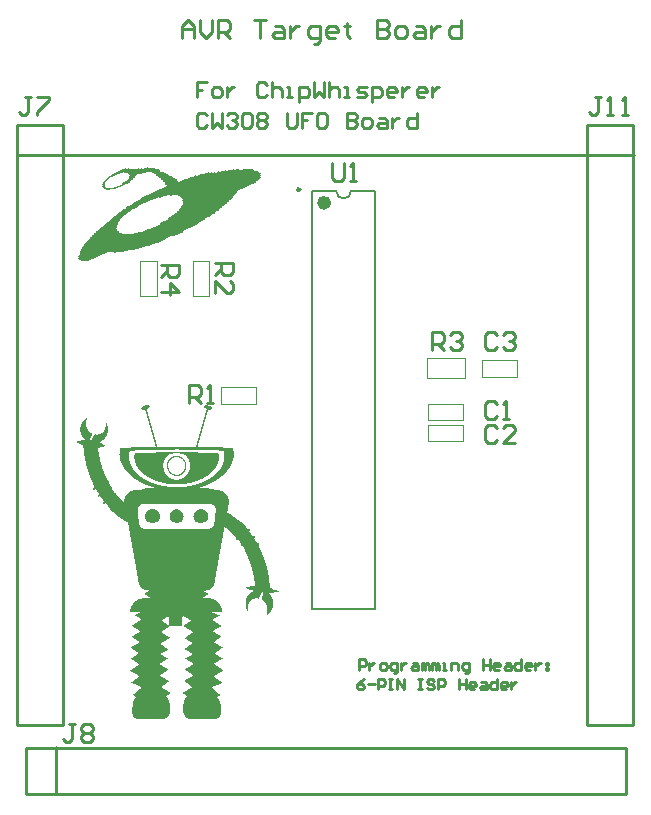
<source format=gto>
G04 Layer_Color=65535*
%FSLAX25Y25*%
%MOIN*%
G70*
G01*
G75*
%ADD17C,0.01000*%
%ADD29C,0.02362*%
%ADD30C,0.00984*%
%ADD31C,0.00787*%
%ADD32C,0.00394*%
G36*
X349809Y319917D02*
X350794D01*
Y319588D01*
X351123D01*
Y319260D01*
Y318931D01*
X350794D01*
Y318603D01*
X349809D01*
Y318274D01*
Y317946D01*
X349480D01*
Y317617D01*
Y317289D01*
Y316960D01*
X349152D01*
Y316632D01*
Y316303D01*
Y315975D01*
Y315646D01*
X348823D01*
Y315318D01*
Y314989D01*
Y314661D01*
X348495D01*
Y314332D01*
Y314004D01*
Y313675D01*
Y313347D01*
X348166D01*
Y313018D01*
Y312690D01*
Y312361D01*
X347838D01*
Y312033D01*
Y311704D01*
Y311376D01*
Y311047D01*
X347509D01*
Y310719D01*
Y310390D01*
Y310062D01*
X347181D01*
Y309733D01*
Y309405D01*
Y309076D01*
Y308748D01*
X346852D01*
Y308419D01*
Y308091D01*
Y307762D01*
X346524D01*
Y307434D01*
Y307105D01*
Y306777D01*
Y306448D01*
X354736D01*
Y306120D01*
X358021D01*
Y305791D01*
Y305463D01*
Y305134D01*
X358349D01*
Y304806D01*
Y304477D01*
Y304149D01*
Y303820D01*
Y303492D01*
Y303164D01*
Y302835D01*
Y302506D01*
X358021D01*
Y302178D01*
Y301850D01*
Y301521D01*
X357693D01*
Y301192D01*
Y300864D01*
Y300535D01*
X357364D01*
Y300207D01*
Y299879D01*
X357035D01*
Y299550D01*
Y299221D01*
X356707D01*
Y298893D01*
X356379D01*
Y298565D01*
X356050D01*
Y298236D01*
Y297907D01*
X355721D01*
Y297579D01*
X355393D01*
Y297251D01*
X355065D01*
Y296922D01*
X354736D01*
Y296594D01*
X354079D01*
Y296265D01*
X353751D01*
Y295937D01*
X353422D01*
Y295608D01*
X352765D01*
Y295280D01*
X352437D01*
Y294951D01*
X351780D01*
Y294623D01*
X351123D01*
Y294294D01*
X350466D01*
Y293966D01*
X349809D01*
Y293637D01*
X349152D01*
Y293309D01*
X348166D01*
Y292980D01*
X347181D01*
Y292652D01*
X350137D01*
Y292323D01*
X351780D01*
Y291995D01*
X353751D01*
Y291666D01*
X354736D01*
Y291338D01*
X355065D01*
Y291009D01*
X355393D01*
Y290681D01*
X355721D01*
Y290352D01*
X356050D01*
Y290024D01*
X356379D01*
Y289695D01*
Y289367D01*
Y289038D01*
X356707D01*
Y288710D01*
Y288381D01*
Y288053D01*
Y287724D01*
Y287396D01*
Y287067D01*
X356379D01*
Y286739D01*
Y286410D01*
Y286082D01*
Y285753D01*
Y285425D01*
Y285096D01*
X356050D01*
Y284768D01*
Y284439D01*
X356707D01*
Y284111D01*
X357364D01*
Y283782D01*
X357693D01*
Y283454D01*
X358021D01*
Y283125D01*
X358678D01*
Y282797D01*
X359007D01*
Y282468D01*
X359335D01*
Y282140D01*
X359992D01*
Y281811D01*
X360320D01*
Y281483D01*
X360649D01*
Y281154D01*
X360977D01*
Y280826D01*
X361306D01*
Y280497D01*
X361634D01*
Y280169D01*
X361963D01*
Y279840D01*
X362291D01*
Y279512D01*
X362620D01*
Y279183D01*
X362948D01*
Y278855D01*
X363934D01*
Y278526D01*
Y278198D01*
X363605D01*
Y277869D01*
X363934D01*
Y277541D01*
X364262D01*
Y277212D01*
Y276884D01*
X364591D01*
Y276555D01*
X365576D01*
Y276227D01*
Y275898D01*
X365248D01*
Y275570D01*
X365576D01*
Y275241D01*
Y274913D01*
X365905D01*
Y274584D01*
X366233D01*
Y274256D01*
X366890D01*
Y273927D01*
Y273599D01*
Y273270D01*
Y272942D01*
Y272613D01*
X367219D01*
Y272285D01*
Y271956D01*
X367547D01*
Y271628D01*
Y271300D01*
X367876D01*
Y270971D01*
Y270642D01*
Y270314D01*
X368204D01*
Y269986D01*
Y269657D01*
X368533D01*
Y269328D01*
Y269000D01*
Y268671D01*
X368861D01*
Y268343D01*
Y268015D01*
Y267686D01*
X369190D01*
Y267357D01*
Y267029D01*
Y266701D01*
X369518D01*
Y266372D01*
Y266043D01*
Y265715D01*
Y265387D01*
X369847D01*
Y265058D01*
Y264730D01*
Y264401D01*
Y264073D01*
Y263744D01*
X370175D01*
Y263416D01*
Y263087D01*
Y262759D01*
Y262430D01*
Y262102D01*
Y261773D01*
Y261445D01*
Y261116D01*
X370504D01*
Y260788D01*
Y260459D01*
Y260131D01*
Y259802D01*
Y259474D01*
X371161D01*
Y259145D01*
X371489D01*
Y258817D01*
X372146D01*
Y258488D01*
X372803D01*
Y258160D01*
X373460D01*
Y257831D01*
X371818D01*
Y257503D01*
X370175D01*
Y257174D01*
X370504D01*
Y256846D01*
X370832D01*
Y256517D01*
Y256189D01*
X371161D01*
Y255860D01*
Y255532D01*
X371489D01*
Y255203D01*
Y254875D01*
Y254546D01*
Y254218D01*
Y253889D01*
Y253561D01*
Y253232D01*
Y252904D01*
Y252575D01*
X371161D01*
Y252247D01*
Y251918D01*
X370832D01*
Y251590D01*
Y251261D01*
X370504D01*
Y250933D01*
X370175D01*
Y250604D01*
X369847D01*
Y250276D01*
X369518D01*
Y250604D01*
Y250933D01*
Y251261D01*
Y251590D01*
Y251918D01*
Y252247D01*
Y252575D01*
Y252904D01*
Y253232D01*
Y253561D01*
X369190D01*
Y253889D01*
Y254218D01*
X368861D01*
Y254546D01*
X368533D01*
Y254875D01*
X368204D01*
Y255203D01*
X367876D01*
Y255532D01*
Y255860D01*
Y256189D01*
Y256517D01*
X368204D01*
Y256846D01*
Y257174D01*
Y257503D01*
Y257831D01*
X367876D01*
Y257503D01*
X367547D01*
Y257174D01*
Y256846D01*
X367219D01*
Y256517D01*
Y256189D01*
X366890D01*
Y255860D01*
Y255532D01*
X366562D01*
Y255860D01*
X365576D01*
Y255532D01*
X364591D01*
Y255203D01*
X364262D01*
Y254875D01*
X363934D01*
Y254546D01*
X363605D01*
Y254218D01*
Y253889D01*
X363277D01*
Y253561D01*
Y253232D01*
Y252904D01*
Y252575D01*
Y252247D01*
Y251918D01*
Y251590D01*
X362948D01*
Y251918D01*
Y252247D01*
X362620D01*
Y252575D01*
Y252904D01*
Y253232D01*
Y253561D01*
X362291D01*
Y253889D01*
Y254218D01*
Y254546D01*
X362620D01*
Y254875D01*
Y255203D01*
Y255532D01*
Y255860D01*
X362948D01*
Y256189D01*
Y256517D01*
X363277D01*
Y256846D01*
X363605D01*
Y257174D01*
X363934D01*
Y257503D01*
X364262D01*
Y257831D01*
X364919D01*
Y258160D01*
Y258488D01*
X364262D01*
Y258817D01*
X363605D01*
Y259145D01*
X362948D01*
Y259474D01*
X362620D01*
Y259802D01*
X363934D01*
Y260131D01*
X365576D01*
Y260459D01*
Y260788D01*
Y261116D01*
Y261445D01*
Y261773D01*
X365248D01*
Y262102D01*
Y262430D01*
Y262759D01*
Y263087D01*
Y263416D01*
Y263744D01*
X364919D01*
Y264073D01*
Y264401D01*
Y264730D01*
Y265058D01*
X364591D01*
Y265387D01*
Y265715D01*
Y266043D01*
Y266372D01*
X364262D01*
Y266701D01*
Y267029D01*
Y267357D01*
X363934D01*
Y267686D01*
Y268015D01*
Y268343D01*
X363605D01*
Y268671D01*
Y269000D01*
X363277D01*
Y269328D01*
Y269657D01*
Y269986D01*
X362948D01*
Y270314D01*
Y270642D01*
X362620D01*
Y270971D01*
X362291D01*
Y271300D01*
X361963D01*
Y271628D01*
Y271956D01*
Y272285D01*
X361634D01*
Y272613D01*
Y272942D01*
X361306D01*
Y273270D01*
X360649D01*
Y273599D01*
Y273927D01*
Y274256D01*
X360320D01*
Y274584D01*
Y274913D01*
X359992D01*
Y275241D01*
X359007D01*
Y275570D01*
Y275898D01*
Y276227D01*
X358678D01*
Y276555D01*
X358349D01*
Y276884D01*
X358021D01*
Y277212D01*
X357693D01*
Y277541D01*
X357364D01*
Y277869D01*
X357035D01*
Y278198D01*
X356707D01*
Y278526D01*
X356379D01*
Y278855D01*
X356050D01*
Y279183D01*
X355393D01*
Y279512D01*
X355065D01*
Y279183D01*
Y278855D01*
Y278526D01*
Y278198D01*
Y277869D01*
X354736D01*
Y277541D01*
Y277212D01*
Y276884D01*
Y276555D01*
Y276227D01*
Y275898D01*
X354408D01*
Y275570D01*
Y275241D01*
Y274913D01*
Y274584D01*
Y274256D01*
X354079D01*
Y273927D01*
Y273599D01*
Y273270D01*
Y272942D01*
Y272613D01*
Y272285D01*
X353751D01*
Y271956D01*
Y271628D01*
Y271300D01*
Y270971D01*
Y270642D01*
X353422D01*
Y270314D01*
Y269986D01*
Y269657D01*
Y269328D01*
Y269000D01*
Y268671D01*
X353094D01*
Y268343D01*
Y268015D01*
Y267686D01*
Y267357D01*
Y267029D01*
Y266701D01*
X352765D01*
Y266372D01*
Y266043D01*
Y265715D01*
Y265387D01*
Y265058D01*
X352437D01*
Y264730D01*
Y264401D01*
Y264073D01*
Y263744D01*
Y263416D01*
Y263087D01*
X352108D01*
Y262759D01*
Y262430D01*
Y262102D01*
Y261773D01*
Y261445D01*
Y261116D01*
X351780D01*
Y260788D01*
Y260459D01*
Y260131D01*
X351451D01*
Y259802D01*
X351123D01*
Y259474D01*
X350794D01*
Y259145D01*
X350466D01*
Y258817D01*
X350137D01*
Y258488D01*
X349152D01*
Y258160D01*
X348495D01*
Y257831D01*
X349152D01*
Y257503D01*
X349809D01*
Y257174D01*
Y256846D01*
X349152D01*
Y256517D01*
X348823D01*
Y256189D01*
X348166D01*
Y255860D01*
X350794D01*
Y255532D01*
X351780D01*
Y255203D01*
X352437D01*
Y254875D01*
X352765D01*
Y254546D01*
X353094D01*
Y254218D01*
X353422D01*
Y253889D01*
X353751D01*
Y253561D01*
Y253232D01*
X354079D01*
Y252904D01*
Y252575D01*
X354408D01*
Y252247D01*
Y251918D01*
Y251590D01*
Y251261D01*
X351123D01*
Y250933D01*
X352108D01*
Y250604D01*
X352765D01*
Y250276D01*
X353751D01*
Y249947D01*
X353094D01*
Y249619D01*
X352437D01*
Y249290D01*
X351780D01*
Y248962D01*
X351451D01*
Y248633D01*
Y248305D01*
X352108D01*
Y247976D01*
X352437D01*
Y247648D01*
X353094D01*
Y247319D01*
X353422D01*
Y246991D01*
X354079D01*
Y246662D01*
Y246334D01*
X353422D01*
Y246005D01*
X352765D01*
Y245677D01*
X352108D01*
Y245348D01*
X351780D01*
Y245020D01*
X351451D01*
Y244691D01*
X352108D01*
Y244363D01*
X352437D01*
Y244034D01*
X353094D01*
Y243706D01*
X353751D01*
Y243377D01*
X354079D01*
Y243049D01*
X353751D01*
Y242720D01*
X353422D01*
Y242392D01*
X352765D01*
Y242063D01*
X352437D01*
Y241735D01*
X352108D01*
Y241406D01*
X351780D01*
Y241078D01*
X352437D01*
Y240749D01*
X353094D01*
Y240421D01*
X353422D01*
Y240092D01*
X354079D01*
Y239764D01*
X354736D01*
Y239436D01*
X354079D01*
Y239107D01*
X353751D01*
Y238778D01*
X353422D01*
Y238450D01*
X352765D01*
Y238122D01*
X352437D01*
Y237793D01*
X352108D01*
Y237464D01*
X352437D01*
Y237136D01*
X353094D01*
Y236807D01*
X353422D01*
Y236479D01*
X354079D01*
Y236151D01*
X354408D01*
Y235822D01*
X354736D01*
Y235493D01*
X354079D01*
Y235165D01*
X353422D01*
Y234837D01*
X353094D01*
Y234508D01*
X352437D01*
Y234180D01*
X351780D01*
Y233851D01*
X352108D01*
Y233523D01*
X352437D01*
Y233194D01*
X353094D01*
Y232866D01*
X353422D01*
Y232537D01*
X354079D01*
Y232209D01*
X354408D01*
Y231880D01*
X354736D01*
Y231552D01*
X354408D01*
Y231223D01*
X353751D01*
Y230895D01*
X353094D01*
Y230566D01*
X352765D01*
Y230238D01*
X352108D01*
Y229909D01*
X351780D01*
Y229581D01*
X352108D01*
Y229252D01*
X352437D01*
Y228924D01*
X353094D01*
Y228595D01*
X353422D01*
Y228267D01*
X354079D01*
Y227938D01*
X354408D01*
Y227610D01*
X354079D01*
Y227281D01*
X353422D01*
Y226953D01*
X352437D01*
Y226624D01*
X351451D01*
Y226296D01*
X351123D01*
Y225967D01*
X351451D01*
Y225639D01*
X351780D01*
Y225310D01*
X352108D01*
Y224982D01*
X352437D01*
Y224653D01*
X352765D01*
Y224325D01*
X353094D01*
Y223996D01*
X353751D01*
Y223668D01*
Y223339D01*
X353094D01*
Y223011D01*
X352765D01*
Y222682D01*
X353094D01*
Y222354D01*
X353422D01*
Y222025D01*
Y221697D01*
X353751D01*
Y221368D01*
Y221040D01*
Y220711D01*
X354079D01*
Y220383D01*
Y220054D01*
Y219726D01*
Y219397D01*
Y219069D01*
Y218740D01*
Y218412D01*
Y218083D01*
Y217755D01*
Y217426D01*
Y217098D01*
X353751D01*
Y216769D01*
Y216441D01*
X353422D01*
Y216112D01*
X352765D01*
Y215784D01*
X343239D01*
Y216112D01*
X342582D01*
Y216441D01*
X342253D01*
Y216769D01*
Y217098D01*
X341925D01*
Y217426D01*
Y217755D01*
X341596D01*
Y218083D01*
Y218412D01*
Y218740D01*
Y219069D01*
Y219397D01*
Y219726D01*
Y220054D01*
Y220383D01*
Y220711D01*
X341925D01*
Y221040D01*
Y221368D01*
Y221697D01*
Y222025D01*
X342253D01*
Y222354D01*
Y222682D01*
X342582D01*
Y223011D01*
X342910D01*
Y223339D01*
X342582D01*
Y223668D01*
X342253D01*
Y223996D01*
X341596D01*
Y224325D01*
Y224653D01*
X342253D01*
Y224982D01*
X342910D01*
Y225310D01*
X343239D01*
Y225639D01*
X343896D01*
Y225967D01*
X344553D01*
Y226296D01*
X344224D01*
Y226624D01*
X343896D01*
Y226953D01*
X343567D01*
Y227281D01*
X343239D01*
Y227610D01*
X342582D01*
Y227938D01*
X342253D01*
Y228267D01*
Y228595D01*
X342582D01*
Y228924D01*
X343239D01*
Y229252D01*
X343896D01*
Y229581D01*
X344553D01*
Y229909D01*
X344881D01*
Y230238D01*
X344553D01*
Y230566D01*
X344224D01*
Y230895D01*
X343567D01*
Y231223D01*
X343239D01*
Y231552D01*
X342582D01*
Y231880D01*
X342253D01*
Y232209D01*
X342582D01*
Y232537D01*
X343239D01*
Y232866D01*
X343896D01*
Y233194D01*
X344224D01*
Y233523D01*
X344881D01*
Y233851D01*
Y234180D01*
X344553D01*
Y234508D01*
X343896D01*
Y234837D01*
X343239D01*
Y235165D01*
X342910D01*
Y235493D01*
X342253D01*
Y235822D01*
X342582D01*
Y236151D01*
X342910D01*
Y236479D01*
X343567D01*
Y236807D01*
X344224D01*
Y237136D01*
X344553D01*
Y237464D01*
Y237793D01*
X343896D01*
Y238122D01*
X343567D01*
Y238450D01*
X342910D01*
Y238778D01*
X342253D01*
Y239107D01*
Y239436D01*
X342910D01*
Y239764D01*
X343239D01*
Y240092D01*
X343567D01*
Y240421D01*
X344224D01*
Y240749D01*
X344553D01*
Y241078D01*
Y241406D01*
X343896D01*
Y241735D01*
X343239D01*
Y242063D01*
X342910D01*
Y242392D01*
X342253D01*
Y242720D01*
X342582D01*
Y243049D01*
X342910D01*
Y243377D01*
X343239D01*
Y243706D01*
X343896D01*
Y244034D01*
X344224D01*
Y244363D01*
X344881D01*
Y244691D01*
X344553D01*
Y245020D01*
X344224D01*
Y245348D01*
X343567D01*
Y245677D01*
X342910D01*
Y246005D01*
X342582D01*
Y246334D01*
X341925D01*
Y246662D01*
Y246991D01*
X342253D01*
Y247319D01*
X342910D01*
Y247648D01*
X343239D01*
Y247976D01*
X343896D01*
Y248305D01*
X344224D01*
Y248633D01*
X343567D01*
Y248962D01*
X343239D01*
Y249290D01*
X342582D01*
Y249619D01*
X341925D01*
Y249947D01*
X341596D01*
Y249619D01*
X341268D01*
Y249290D01*
Y248962D01*
Y248633D01*
Y248305D01*
Y247976D01*
Y247648D01*
Y247319D01*
Y246991D01*
Y246662D01*
X336669D01*
Y246334D01*
X336340D01*
Y246005D01*
X335683D01*
Y245677D01*
X335355D01*
Y245348D01*
X334698D01*
Y245020D01*
X334369D01*
Y244691D01*
Y244363D01*
X334698D01*
Y244034D01*
X335355D01*
Y243706D01*
X335683D01*
Y243377D01*
X336340D01*
Y243049D01*
X336997D01*
Y242720D01*
X336669D01*
Y242392D01*
X336012D01*
Y242063D01*
X335683D01*
Y241735D01*
X335026D01*
Y241406D01*
X334369D01*
Y241078D01*
X334041D01*
Y240749D01*
Y240421D01*
X334698D01*
Y240092D01*
X335026D01*
Y239764D01*
X335355D01*
Y239436D01*
X336012D01*
Y239107D01*
X336340D01*
Y238778D01*
X336012D01*
Y238450D01*
X335355D01*
Y238122D01*
X334698D01*
Y237793D01*
X334041D01*
Y237464D01*
Y237136D01*
X334698D01*
Y236807D01*
X335026D01*
Y236479D01*
X335683D01*
Y236151D01*
X336012D01*
Y235822D01*
X336340D01*
Y235493D01*
X335683D01*
Y235165D01*
X335355D01*
Y234837D01*
X334698D01*
Y234508D01*
X334369D01*
Y234180D01*
X333712D01*
Y233851D01*
Y233523D01*
X334369D01*
Y233194D01*
X334698D01*
Y232866D01*
X335355D01*
Y232537D01*
X336012D01*
Y232209D01*
X336340D01*
Y231880D01*
X336012D01*
Y231552D01*
X335683D01*
Y231223D01*
X335026D01*
Y230895D01*
X334698D01*
Y230566D01*
X334041D01*
Y230238D01*
X333712D01*
Y229909D01*
X334041D01*
Y229581D01*
X334698D01*
Y229252D01*
X335355D01*
Y228924D01*
X335683D01*
Y228595D01*
X336340D01*
Y228267D01*
X336669D01*
Y227938D01*
X336012D01*
Y227610D01*
X335683D01*
Y227281D01*
X335355D01*
Y226953D01*
X334698D01*
Y226624D01*
X334369D01*
Y226296D01*
Y225967D01*
X334698D01*
Y225639D01*
X335355D01*
Y225310D01*
X336012D01*
Y224982D01*
X336340D01*
Y224653D01*
X336997D01*
Y224325D01*
Y223996D01*
X336669D01*
Y223668D01*
X336012D01*
Y223339D01*
X335683D01*
Y223011D01*
X336012D01*
Y222682D01*
X336340D01*
Y222354D01*
Y222025D01*
X336669D01*
Y221697D01*
Y221368D01*
Y221040D01*
X336997D01*
Y220711D01*
Y220383D01*
Y220054D01*
Y219726D01*
Y219397D01*
Y219069D01*
Y218740D01*
Y218412D01*
Y218083D01*
Y217755D01*
Y217426D01*
X336669D01*
Y217098D01*
Y216769D01*
X336340D01*
Y216441D01*
X336012D01*
Y216112D01*
X335355D01*
Y215784D01*
X325829D01*
Y216112D01*
X325171D01*
Y216441D01*
X324843D01*
Y216769D01*
Y217098D01*
Y217426D01*
X324515D01*
Y217755D01*
Y218083D01*
Y218412D01*
Y218740D01*
Y219069D01*
Y219397D01*
Y219726D01*
X324843D01*
Y220054D01*
Y220383D01*
Y220711D01*
Y221040D01*
Y221368D01*
Y221697D01*
X325171D01*
Y222025D01*
Y222354D01*
X325500D01*
Y222682D01*
X325829D01*
Y223011D01*
X325500D01*
Y223339D01*
X325171D01*
Y223668D01*
X324843D01*
Y223996D01*
X325500D01*
Y224325D01*
X325829D01*
Y224653D01*
X326157D01*
Y224982D01*
X326485D01*
Y225310D01*
X326814D01*
Y225639D01*
X327471D01*
Y225967D01*
Y226296D01*
X327143D01*
Y226624D01*
X326485D01*
Y226953D01*
X325829D01*
Y227281D01*
X324843D01*
Y227610D01*
X324186D01*
Y227938D01*
X324843D01*
Y228267D01*
X325171D01*
Y228595D01*
X325500D01*
Y228924D01*
X326157D01*
Y229252D01*
X326485D01*
Y229581D01*
X326814D01*
Y229909D01*
X326485D01*
Y230238D01*
X326157D01*
Y230566D01*
X325500D01*
Y230895D01*
X324843D01*
Y231223D01*
X324186D01*
Y231552D01*
X323857D01*
Y231880D01*
X324515D01*
Y232209D01*
X324843D01*
Y232537D01*
X325500D01*
Y232866D01*
X325829D01*
Y233194D01*
X326485D01*
Y233523D01*
X326814D01*
Y233851D01*
X326485D01*
Y234180D01*
X326157D01*
Y234508D01*
X325500D01*
Y234837D01*
X325171D01*
Y235165D01*
X324515D01*
Y235493D01*
X324186D01*
Y235822D01*
Y236151D01*
X324843D01*
Y236479D01*
X325171D01*
Y236807D01*
X325829D01*
Y237136D01*
X326157D01*
Y237464D01*
X326485D01*
Y237793D01*
Y238122D01*
X325829D01*
Y238450D01*
X325500D01*
Y238778D01*
X324843D01*
Y239107D01*
X324515D01*
Y239436D01*
X324186D01*
Y239764D01*
X324515D01*
Y240092D01*
X325171D01*
Y240421D01*
X325829D01*
Y240749D01*
X326485D01*
Y241078D01*
X326814D01*
Y241406D01*
Y241735D01*
X326157D01*
Y242063D01*
X325829D01*
Y242392D01*
X325171D01*
Y242720D01*
X324843D01*
Y243049D01*
X324515D01*
Y243377D01*
X325171D01*
Y243706D01*
X325500D01*
Y244034D01*
X326157D01*
Y244363D01*
X326814D01*
Y244691D01*
X327143D01*
Y245020D01*
X326814D01*
Y245348D01*
X326485D01*
Y245677D01*
X325829D01*
Y246005D01*
X325171D01*
Y246334D01*
X324843D01*
Y246662D01*
X324515D01*
Y246991D01*
X325171D01*
Y247319D01*
X325500D01*
Y247648D01*
X326157D01*
Y247976D01*
X326485D01*
Y248305D01*
X327143D01*
Y248633D01*
X327471D01*
Y248962D01*
X327143D01*
Y249290D01*
X326814D01*
Y249619D01*
X326157D01*
Y249947D01*
X325500D01*
Y250276D01*
X325829D01*
Y250604D01*
X326485D01*
Y250933D01*
X327143D01*
Y251261D01*
X323857D01*
Y251590D01*
Y251918D01*
Y252247D01*
X324186D01*
Y252575D01*
Y252904D01*
Y253232D01*
X324515D01*
Y253561D01*
X324843D01*
Y253889D01*
Y254218D01*
X325171D01*
Y254546D01*
X325500D01*
Y254875D01*
X326157D01*
Y255203D01*
X326485D01*
Y255532D01*
X327800D01*
Y255860D01*
X330427D01*
Y256189D01*
X329770D01*
Y256517D01*
X329442D01*
Y256846D01*
X328785D01*
Y257174D01*
Y257503D01*
X329113D01*
Y257831D01*
X329770D01*
Y258160D01*
X330099D01*
Y258488D01*
X329113D01*
Y258817D01*
X328456D01*
Y259145D01*
X327800D01*
Y259474D01*
X327471D01*
Y259802D01*
X327143D01*
Y260131D01*
Y260459D01*
X326814D01*
Y260788D01*
Y261116D01*
Y261445D01*
X326485D01*
Y261773D01*
Y262102D01*
Y262430D01*
Y262759D01*
Y263087D01*
Y263416D01*
X326157D01*
Y263744D01*
Y264073D01*
Y264401D01*
Y264730D01*
Y265058D01*
Y265387D01*
X325829D01*
Y265715D01*
Y266043D01*
Y266372D01*
Y266701D01*
Y267029D01*
Y267357D01*
X325500D01*
Y267686D01*
Y268015D01*
Y268343D01*
Y268671D01*
Y269000D01*
X325171D01*
Y269328D01*
Y269657D01*
Y269986D01*
Y270314D01*
Y270642D01*
Y270971D01*
X324843D01*
Y271300D01*
Y271628D01*
Y271956D01*
Y272285D01*
Y272613D01*
X324515D01*
Y272942D01*
Y273270D01*
Y273599D01*
Y273927D01*
Y274256D01*
Y274584D01*
X324186D01*
Y274913D01*
Y275241D01*
Y275570D01*
Y275898D01*
Y276227D01*
X323857D01*
Y276555D01*
Y276884D01*
Y277212D01*
Y277541D01*
Y277869D01*
Y278198D01*
X323529D01*
Y278526D01*
Y278855D01*
Y279183D01*
Y279512D01*
Y279840D01*
Y280169D01*
X323200D01*
Y280497D01*
Y280826D01*
Y281154D01*
Y281483D01*
X322544D01*
Y281811D01*
X321887D01*
Y282140D01*
X321558D01*
Y282468D01*
X320901D01*
Y282797D01*
X320573D01*
Y283125D01*
X319916D01*
Y283454D01*
X319587D01*
Y283782D01*
X319259D01*
Y284111D01*
X318930D01*
Y284439D01*
X318602D01*
Y284768D01*
X317945D01*
Y285096D01*
X317616D01*
Y285425D01*
X317288D01*
Y285753D01*
X316959D01*
Y286082D01*
X316631D01*
Y286410D01*
X316302D01*
Y286739D01*
Y287067D01*
X315974D01*
Y287396D01*
X315645D01*
Y287724D01*
X315317D01*
Y287396D01*
X314660D01*
Y287724D01*
Y288053D01*
X314988D01*
Y288381D01*
X314660D01*
Y288710D01*
Y289038D01*
X314331D01*
Y289367D01*
X314003D01*
Y289695D01*
X313674D01*
Y290024D01*
X313346D01*
Y289695D01*
X313017D01*
Y290024D01*
Y290352D01*
X313346D01*
Y290681D01*
Y291009D01*
X313017D01*
Y291338D01*
X312689D01*
Y291666D01*
Y291995D01*
X312360D01*
Y292323D01*
X312032D01*
Y291995D01*
X311375D01*
Y292323D01*
Y292652D01*
X311703D01*
Y292980D01*
Y293309D01*
Y293637D01*
X311375D01*
Y293966D01*
Y294294D01*
Y294623D01*
X311046D01*
Y294951D01*
Y295280D01*
X310718D01*
Y295608D01*
Y295937D01*
X310389D01*
Y296265D01*
Y296594D01*
Y296922D01*
X310061D01*
Y297251D01*
Y297579D01*
Y297907D01*
X309732D01*
Y298236D01*
Y298565D01*
Y298893D01*
X309404D01*
Y299221D01*
Y299550D01*
Y299879D01*
X309075D01*
Y300207D01*
Y300535D01*
Y300864D01*
Y301192D01*
Y301521D01*
X308747D01*
Y301850D01*
Y302178D01*
Y302506D01*
Y302835D01*
Y303164D01*
X308418D01*
Y303492D01*
Y303820D01*
Y304149D01*
Y304477D01*
Y304806D01*
Y305134D01*
Y305463D01*
Y305791D01*
Y306120D01*
X308090D01*
Y306448D01*
Y306777D01*
Y307105D01*
X307433D01*
Y307434D01*
X306776D01*
Y307762D01*
X306119D01*
Y308091D01*
Y308419D01*
X307433D01*
Y308748D01*
X308747D01*
Y309076D01*
X308418D01*
Y309405D01*
X308090D01*
Y309733D01*
X307761D01*
Y310062D01*
Y310390D01*
X307433D01*
Y310719D01*
Y311047D01*
Y311376D01*
X307104D01*
Y311704D01*
Y312033D01*
Y312361D01*
Y312690D01*
Y313018D01*
X307433D01*
Y313347D01*
Y313675D01*
Y314004D01*
X307761D01*
Y314332D01*
Y314661D01*
X308090D01*
Y314989D01*
X308418D01*
Y315318D01*
X308747D01*
Y315646D01*
X309075D01*
Y315975D01*
X309404D01*
Y315646D01*
Y315318D01*
X309075D01*
Y314989D01*
Y314661D01*
Y314332D01*
Y314004D01*
Y313675D01*
Y313347D01*
Y313018D01*
X309404D01*
Y312690D01*
Y312361D01*
X309732D01*
Y312033D01*
Y311704D01*
X310061D01*
Y311376D01*
X310389D01*
Y311047D01*
X311046D01*
Y310719D01*
Y310390D01*
Y310062D01*
X310718D01*
Y309733D01*
Y309405D01*
X310389D01*
Y309076D01*
Y308748D01*
X311046D01*
Y309076D01*
Y309405D01*
X311375D01*
Y309733D01*
Y310062D01*
X311703D01*
Y310390D01*
X312032D01*
Y310719D01*
X312360D01*
Y310390D01*
X313017D01*
Y310719D01*
X314003D01*
Y311047D01*
X314660D01*
Y311376D01*
X314988D01*
Y311704D01*
Y312033D01*
X315317D01*
Y312361D01*
Y312690D01*
Y313018D01*
X315645D01*
Y313347D01*
Y313675D01*
Y314004D01*
Y314332D01*
X315974D01*
Y314004D01*
Y313675D01*
Y313347D01*
X316302D01*
Y313018D01*
Y312690D01*
Y312361D01*
Y312033D01*
Y311704D01*
Y311376D01*
Y311047D01*
X315974D01*
Y310719D01*
Y310390D01*
Y310062D01*
X315645D01*
Y309733D01*
X315317D01*
Y309405D01*
Y309076D01*
X314988D01*
Y308748D01*
X314331D01*
Y308419D01*
X314003D01*
Y308091D01*
X313674D01*
Y307762D01*
X314331D01*
Y307434D01*
X314660D01*
Y307105D01*
X315317D01*
Y306777D01*
X314988D01*
Y306448D01*
X313674D01*
Y306120D01*
X313017D01*
Y305791D01*
Y305463D01*
Y305134D01*
Y304806D01*
X313346D01*
Y304477D01*
Y304149D01*
Y303820D01*
Y303492D01*
Y303164D01*
Y302835D01*
X313674D01*
Y302506D01*
Y302178D01*
Y301850D01*
Y301521D01*
Y301192D01*
X314003D01*
Y300864D01*
Y300535D01*
Y300207D01*
X314331D01*
Y299879D01*
Y299550D01*
Y299221D01*
Y298893D01*
X314660D01*
Y298565D01*
Y298236D01*
X314988D01*
Y297907D01*
Y297579D01*
Y297251D01*
X315317D01*
Y296922D01*
Y296594D01*
X315645D01*
Y296265D01*
Y295937D01*
X315974D01*
Y295608D01*
Y295280D01*
X316302D01*
Y294951D01*
X316631D01*
Y294623D01*
Y294294D01*
Y293966D01*
X316959D01*
Y293637D01*
X317288D01*
Y293309D01*
X317616D01*
Y292980D01*
X317945D01*
Y292652D01*
Y292323D01*
Y291995D01*
X318273D01*
Y291666D01*
X318602D01*
Y291338D01*
Y291009D01*
X319259D01*
Y290681D01*
Y290352D01*
X319587D01*
Y290024D01*
X319916D01*
Y289695D01*
X320244D01*
Y289367D01*
X320573D01*
Y289038D01*
X320901D01*
Y288710D01*
X321230D01*
Y288381D01*
X321558D01*
Y288053D01*
X321887D01*
Y288381D01*
Y288710D01*
Y289038D01*
X322215D01*
Y289367D01*
Y289695D01*
Y290024D01*
X322544D01*
Y290352D01*
X322872D01*
Y290681D01*
X323200D01*
Y291009D01*
X323529D01*
Y291338D01*
X323857D01*
Y291666D01*
X324843D01*
Y291995D01*
X327800D01*
Y292323D01*
X328785D01*
Y292652D01*
X331741D01*
Y292980D01*
X330756D01*
Y293309D01*
X329770D01*
Y293637D01*
X328785D01*
Y293966D01*
X328128D01*
Y294294D01*
X327471D01*
Y294623D01*
X326814D01*
Y294951D01*
X326485D01*
Y295280D01*
X325829D01*
Y295608D01*
X325171D01*
Y295937D01*
X324843D01*
Y296265D01*
X324515D01*
Y296594D01*
X324186D01*
Y296922D01*
X323857D01*
Y297251D01*
X323529D01*
Y297579D01*
X323200D01*
Y297907D01*
X322872D01*
Y298236D01*
X322544D01*
Y298565D01*
X322215D01*
Y298893D01*
X321887D01*
Y299221D01*
Y299550D01*
X321558D01*
Y299879D01*
Y300207D01*
X321230D01*
Y300535D01*
Y300864D01*
X320901D01*
Y301192D01*
Y301521D01*
X320573D01*
Y301850D01*
Y302178D01*
Y302506D01*
Y302835D01*
Y303164D01*
Y303492D01*
X320244D01*
Y303820D01*
Y304149D01*
X320573D01*
Y304477D01*
Y304806D01*
Y305134D01*
Y305463D01*
Y305791D01*
Y306120D01*
X324186D01*
Y306448D01*
X332398D01*
Y306777D01*
X332070D01*
Y307105D01*
Y307434D01*
Y307762D01*
Y308091D01*
X331741D01*
Y308419D01*
Y308748D01*
Y309076D01*
X331413D01*
Y309405D01*
Y309733D01*
Y310062D01*
Y310390D01*
X331084D01*
Y310719D01*
Y311047D01*
Y311376D01*
X330756D01*
Y311704D01*
Y312033D01*
Y312361D01*
Y312690D01*
X330427D01*
Y313018D01*
Y313347D01*
Y313675D01*
X330099D01*
Y314004D01*
Y314332D01*
Y314661D01*
Y314989D01*
X329770D01*
Y315318D01*
Y315646D01*
Y315975D01*
X329442D01*
Y316303D01*
Y316632D01*
Y316960D01*
Y317289D01*
X329113D01*
Y317617D01*
Y317946D01*
Y318274D01*
X328785D01*
Y318603D01*
X327800D01*
Y318931D01*
X327471D01*
Y319260D01*
X327800D01*
Y319588D01*
X328128D01*
Y319917D01*
X328785D01*
Y320245D01*
X330099D01*
Y319917D01*
X330427D01*
Y319588D01*
X330099D01*
Y319260D01*
X329770D01*
Y318931D01*
X329442D01*
Y318603D01*
Y318274D01*
Y317946D01*
X329770D01*
Y317617D01*
Y317289D01*
Y316960D01*
Y316632D01*
X330099D01*
Y316303D01*
Y315975D01*
Y315646D01*
X330427D01*
Y315318D01*
Y314989D01*
Y314661D01*
Y314332D01*
X330756D01*
Y314004D01*
Y313675D01*
Y313347D01*
X331084D01*
Y313018D01*
Y312690D01*
Y312361D01*
Y312033D01*
X331413D01*
Y311704D01*
Y311376D01*
Y311047D01*
X331741D01*
Y310719D01*
Y310390D01*
Y310062D01*
Y309733D01*
X332070D01*
Y309405D01*
Y309076D01*
Y308748D01*
X332398D01*
Y308419D01*
Y308091D01*
Y307762D01*
Y307434D01*
X332727D01*
Y307105D01*
Y306777D01*
Y306448D01*
X345867D01*
Y306777D01*
Y307105D01*
X346195D01*
Y307434D01*
Y307762D01*
Y308091D01*
Y308419D01*
X346524D01*
Y308748D01*
Y309076D01*
Y309405D01*
X346852D01*
Y309733D01*
Y310062D01*
Y310390D01*
Y310719D01*
X347181D01*
Y311047D01*
Y311376D01*
Y311704D01*
X347509D01*
Y312033D01*
Y312361D01*
Y312690D01*
Y313018D01*
X347838D01*
Y313347D01*
Y313675D01*
Y314004D01*
X348166D01*
Y314332D01*
Y314661D01*
Y314989D01*
Y315318D01*
X348495D01*
Y315646D01*
Y315975D01*
Y316303D01*
X348823D01*
Y316632D01*
Y316960D01*
Y317289D01*
Y317617D01*
X349152D01*
Y317946D01*
Y318274D01*
Y318603D01*
X349480D01*
Y318931D01*
X349152D01*
Y319260D01*
X348495D01*
Y319588D01*
Y319917D01*
X348823D01*
Y320245D01*
X349809D01*
Y319917D01*
D02*
G37*
G36*
X329786Y399222D02*
X330347Y399483D01*
X330477Y399203D01*
X331038Y399464D01*
X331169Y399184D01*
X331730Y399445D01*
X331861Y399165D01*
X332142Y399296D01*
X332272Y399015D01*
X332553Y399146D01*
X332684Y398866D01*
X332964Y398996D01*
X333095Y398716D01*
X333376Y398847D01*
X333506Y398566D01*
X333787Y398697D01*
X333918Y398416D01*
X334048Y398136D01*
X334329Y398267D01*
X334460Y397986D01*
X334740Y398117D01*
X334871Y397836D01*
X335152Y397967D01*
X335282Y397687D01*
X335563Y397818D01*
X335694Y397537D01*
X335824Y397257D01*
X336105Y397387D01*
X336236Y397107D01*
X336516Y397238D01*
X336647Y396957D01*
X336928Y397088D01*
X337058Y396808D01*
X337189Y396527D01*
X337470Y396658D01*
X337600Y396377D01*
X337881Y396508D01*
X338012Y396228D01*
X338142Y395947D01*
X338423Y396078D01*
X338554Y395797D01*
X338834Y395928D01*
X338965Y395648D01*
X339096Y395367D01*
X339376Y395498D01*
X339507Y395217D01*
X339638Y394937D01*
X339918Y395068D01*
X340049Y394787D01*
X342013Y395703D01*
X342144Y395422D01*
X344107Y396338D01*
X344238Y396058D01*
X345921Y396842D01*
X346052Y396562D01*
X347454Y397216D01*
X347585Y396935D01*
X348988Y397589D01*
X349118Y397309D01*
X350240Y397832D01*
X350371Y397551D01*
X351213Y397944D01*
X351343Y397663D01*
X352185Y398056D01*
X352316Y397775D01*
X353438Y398298D01*
X353569Y398018D01*
X354410Y398410D01*
X354541Y398130D01*
X355663Y398653D01*
X355794Y398373D01*
X356635Y398765D01*
X356766Y398484D01*
X357607Y398877D01*
X357738Y398596D01*
X358580Y398989D01*
X358711Y398708D01*
X359552Y399101D01*
X359683Y398820D01*
X360244Y399082D01*
X360375Y398801D01*
X360936Y399063D01*
X361066Y398782D01*
X361627Y399044D01*
X361758Y398763D01*
X362319Y399025D01*
X362450Y398745D01*
X363011Y399006D01*
X363142Y398726D01*
X363703Y398987D01*
X363834Y398707D01*
X364114Y398837D01*
X364245Y398557D01*
X364806Y398819D01*
X364937Y398538D01*
X365217Y398669D01*
X365348Y398388D01*
X365629Y398519D01*
X365759Y398239D01*
X366040Y398370D01*
X366171Y398089D01*
X366451Y398220D01*
X366582Y397939D01*
X366862Y398070D01*
X366993Y397790D01*
X367124Y397509D01*
X367405Y397640D01*
X367535Y397359D01*
X367255Y397229D01*
X367386Y396948D01*
X367516Y396668D01*
X367236Y396537D01*
X367367Y396256D01*
X367086Y396126D01*
X367217Y395845D01*
X366656Y395583D01*
X366787Y395303D01*
X365945Y394911D01*
X366076Y394630D01*
X359344Y391491D01*
X359475Y391210D01*
X359194Y391079D01*
X359325Y390799D01*
X358764Y390537D01*
X358895Y390257D01*
X358053Y389864D01*
X358184Y389584D01*
X357623Y389322D01*
X357754Y389042D01*
X356913Y388650D01*
X357043Y388369D01*
X356202Y387977D01*
X356333Y387696D01*
X355491Y387304D01*
X355622Y387023D01*
X354500Y386500D01*
X354631Y386220D01*
X353509Y385696D01*
X353640Y385416D01*
X352237Y384762D01*
X352368Y384481D01*
X350685Y383697D01*
X350816Y383416D01*
X348852Y382500D01*
X348983Y382220D01*
X346459Y381043D01*
X346589Y380762D01*
X341540Y378408D01*
X341671Y378127D01*
X338305Y376558D01*
X338174Y376838D01*
X333125Y374484D01*
X332994Y374764D01*
X330189Y373456D01*
X330059Y373737D01*
X328095Y372821D01*
X327964Y373102D01*
X326562Y372448D01*
X326431Y372728D01*
X325028Y372074D01*
X324898Y372355D01*
X323776Y371832D01*
X323645Y372112D01*
X322523Y371589D01*
X322392Y371869D01*
X321551Y371477D01*
X321420Y371758D01*
X320578Y371365D01*
X320447Y371646D01*
X319606Y371253D01*
X319475Y371534D01*
X318634Y371141D01*
X318503Y371422D01*
X317942Y371160D01*
X317811Y371441D01*
X317250Y371179D01*
X317119Y371460D01*
X316558Y371198D01*
X316427Y371479D01*
X309696Y368339D01*
X309565Y368620D01*
X308723Y368227D01*
X308592Y368508D01*
X308031Y368246D01*
X307901Y368527D01*
X307620Y368396D01*
X307489Y368676D01*
X307209Y368546D01*
X307078Y368826D01*
X306798Y368695D01*
X306667Y368976D01*
X306536Y369256D01*
X306816Y369387D01*
X306686Y369668D01*
X306555Y369948D01*
X306835Y370079D01*
X306704Y370359D01*
X306985Y370490D01*
X306854Y370771D01*
X307135Y370902D01*
X307004Y371182D01*
X307284Y371313D01*
X307154Y371593D01*
X307434Y371724D01*
X307303Y372005D01*
X307584Y372135D01*
X307453Y372416D01*
X308014Y372678D01*
X307883Y372958D01*
X308444Y373220D01*
X308313Y373500D01*
X308594Y373631D01*
X308463Y373911D01*
X309024Y374173D01*
X308893Y374454D01*
X309735Y374846D01*
X309604Y375127D01*
X310165Y375388D01*
X310034Y375669D01*
X310595Y375930D01*
X310464Y376211D01*
X311306Y376603D01*
X311175Y376884D01*
X312017Y377276D01*
X311886Y377556D01*
X312727Y377949D01*
X312597Y378229D01*
X313438Y378622D01*
X313307Y378902D01*
X314149Y379295D01*
X314018Y379575D01*
X315140Y380098D01*
X315009Y380379D01*
X316131Y380902D01*
X316000Y381183D01*
X317122Y381706D01*
X316991Y381986D01*
X317833Y382379D01*
X317702Y382659D01*
X318824Y383182D01*
X318693Y383463D01*
X319815Y383986D01*
X319685Y384267D01*
X321087Y384921D01*
X320956Y385201D01*
X322639Y385986D01*
X322509Y386266D01*
X324753Y387313D01*
X324622Y387593D01*
X327427Y388901D01*
X327296Y389182D01*
X336272Y393367D01*
X336141Y393648D01*
X336010Y393928D01*
X335730Y393798D01*
X335599Y394078D01*
X335468Y394359D01*
X335337Y394639D01*
X335057Y394508D01*
X334926Y394789D01*
X334795Y395069D01*
X334665Y395350D01*
X334384Y395219D01*
X334253Y395499D01*
X334122Y395780D01*
X333992Y396060D01*
X333711Y395930D01*
X333580Y396210D01*
X333450Y396491D01*
X333169Y396360D01*
X333038Y396640D01*
X332908Y396921D01*
X332627Y396790D01*
X332496Y397071D01*
X332365Y397351D01*
X332085Y397220D01*
X331954Y397501D01*
X331823Y397781D01*
X331543Y397651D01*
X331412Y397931D01*
X331132Y397800D01*
X331001Y398081D01*
X330440Y397819D01*
X330309Y398100D01*
X329748Y397838D01*
X329617Y398118D01*
X328776Y397726D01*
X328645Y398007D01*
X327523Y397483D01*
X327392Y397764D01*
X325709Y396979D01*
X325840Y396699D01*
X325559Y396568D01*
X325690Y396287D01*
X324849Y395895D01*
X324979Y395614D01*
X323857Y395091D01*
X323988Y394811D01*
X318939Y392456D01*
X318808Y392737D01*
X317686Y392214D01*
X317555Y392494D01*
X316714Y392102D01*
X316583Y392382D01*
X316022Y392121D01*
X315891Y392401D01*
X315611Y392270D01*
X315480Y392551D01*
X315200Y392420D01*
X315069Y392701D01*
X314788Y392570D01*
X314657Y392850D01*
X314527Y393131D01*
X314396Y393411D01*
X314676Y393542D01*
X314546Y393823D01*
X314415Y394103D01*
X314976Y394365D01*
X314845Y394645D01*
X315126Y394776D01*
X314995Y395056D01*
X315836Y395449D01*
X315705Y395729D01*
X316547Y396122D01*
X316416Y396402D01*
X318099Y397187D01*
X317968Y397467D01*
X320773Y398776D01*
X320904Y398495D01*
X322587Y399280D01*
X322718Y398999D01*
X323559Y399392D01*
X323690Y399111D01*
X324251Y399373D01*
X324382Y399092D01*
X324943Y399354D01*
X325074Y399073D01*
X325354Y399204D01*
X325485Y398924D01*
X325766Y399055D01*
X325897Y398774D01*
X326738Y399166D01*
X326869Y398886D01*
X327710Y399278D01*
X327841Y398998D01*
X328683Y399390D01*
X328813Y399110D01*
X329655Y399502D01*
X329786Y399222D01*
D02*
G37*
%LPC*%
G36*
X351123Y287396D02*
X327471D01*
Y287067D01*
X327143D01*
Y286739D01*
X326814D01*
Y286410D01*
X326485D01*
Y286082D01*
Y285753D01*
Y285425D01*
Y285096D01*
Y284768D01*
Y284439D01*
Y284111D01*
Y283782D01*
Y283454D01*
Y283125D01*
Y282797D01*
Y282468D01*
X326814D01*
Y282140D01*
Y281811D01*
Y281483D01*
Y281154D01*
Y280826D01*
Y280497D01*
Y280169D01*
X327143D01*
Y279840D01*
Y279512D01*
X327471D01*
Y279183D01*
X328128D01*
Y278855D01*
X350466D01*
Y279183D01*
X351123D01*
Y279512D01*
X351451D01*
Y279840D01*
X351780D01*
Y280169D01*
Y280497D01*
Y280826D01*
Y281154D01*
Y281483D01*
X352108D01*
Y281811D01*
Y282140D01*
Y282468D01*
Y282797D01*
Y283125D01*
Y283454D01*
Y283782D01*
Y284111D01*
Y284439D01*
X352437D01*
Y284768D01*
Y285096D01*
Y285425D01*
Y285753D01*
Y286082D01*
X352108D01*
Y286410D01*
Y286739D01*
X351780D01*
Y287067D01*
X351123D01*
Y287396D01*
D02*
G37*
G36*
X340282Y305791D02*
X338640D01*
Y305463D01*
X325500D01*
Y305134D01*
X323857D01*
Y304806D01*
X323529D01*
Y304477D01*
Y304149D01*
Y303820D01*
Y303492D01*
Y303164D01*
Y302835D01*
Y302506D01*
Y302178D01*
Y301850D01*
Y301521D01*
X323857D01*
Y301192D01*
Y300864D01*
Y300535D01*
X324186D01*
Y300207D01*
Y299879D01*
X324515D01*
Y299550D01*
Y299221D01*
X324843D01*
Y298893D01*
Y298565D01*
X325171D01*
Y298236D01*
X325500D01*
Y297907D01*
X325829D01*
Y297579D01*
X326157D01*
Y297251D01*
X326485D01*
Y296922D01*
X326814D01*
Y296594D01*
X327143D01*
Y296265D01*
X327800D01*
Y295937D01*
X328128D01*
Y295608D01*
X328785D01*
Y295280D01*
X329442D01*
Y294951D01*
X330099D01*
Y294623D01*
X330756D01*
Y294294D01*
X331741D01*
Y293966D01*
X332727D01*
Y293637D01*
X334041D01*
Y293309D01*
X336012D01*
Y292980D01*
X342910D01*
Y293309D01*
X344553D01*
Y293637D01*
X345867D01*
Y293966D01*
X346852D01*
Y294294D01*
X347838D01*
Y294623D01*
X348495D01*
Y294951D01*
X349152D01*
Y295280D01*
X349809D01*
Y295608D01*
X350466D01*
Y295937D01*
X350794D01*
Y296265D01*
X351451D01*
Y296594D01*
X351780D01*
Y296922D01*
X352108D01*
Y297251D01*
X352437D01*
Y297579D01*
X352765D01*
Y297907D01*
X353094D01*
Y298236D01*
X353422D01*
Y298565D01*
X353751D01*
Y298893D01*
X354079D01*
Y299221D01*
Y299550D01*
X354408D01*
Y299879D01*
Y300207D01*
X354736D01*
Y300535D01*
Y300864D01*
Y301192D01*
X355065D01*
Y301521D01*
Y301850D01*
Y302178D01*
Y302506D01*
Y302835D01*
Y303164D01*
Y303492D01*
Y303820D01*
Y304149D01*
Y304477D01*
Y304806D01*
Y305134D01*
X353422D01*
Y305463D01*
X340282D01*
Y305791D01*
D02*
G37*
G36*
X336669Y249619D02*
X335683D01*
Y249290D01*
X335355D01*
Y248962D01*
X334698D01*
Y248633D01*
X334369D01*
Y248305D01*
X334698D01*
Y247976D01*
X335026D01*
Y247648D01*
X335683D01*
Y247319D01*
X336012D01*
Y246991D01*
X336669D01*
Y247319D01*
Y247648D01*
Y247976D01*
Y248305D01*
Y248633D01*
Y248962D01*
Y249290D01*
Y249619D01*
D02*
G37*
%LPD*%
G36*
X348166Y285425D02*
X348823D01*
Y285096D01*
X349152D01*
Y284768D01*
X349480D01*
Y284439D01*
X349809D01*
Y284111D01*
Y283782D01*
Y283454D01*
Y283125D01*
Y282797D01*
Y282468D01*
Y282140D01*
X349480D01*
Y281811D01*
X349152D01*
Y281483D01*
X348823D01*
Y281154D01*
X348166D01*
Y280826D01*
X346524D01*
Y281154D01*
X346195D01*
Y281483D01*
X345538D01*
Y281811D01*
Y282140D01*
X345210D01*
Y282468D01*
Y282797D01*
Y283125D01*
X344881D01*
Y283454D01*
X345210D01*
Y283782D01*
Y284111D01*
Y284439D01*
X345538D01*
Y284768D01*
X345867D01*
Y285096D01*
X346195D01*
Y285425D01*
X346852D01*
Y285753D01*
X348166D01*
Y285425D01*
D02*
G37*
G36*
X339954D02*
X340611D01*
Y285096D01*
X340939D01*
Y284768D01*
X341268D01*
Y284439D01*
X341596D01*
Y284111D01*
Y283782D01*
Y283454D01*
X341925D01*
Y283125D01*
X341596D01*
Y282797D01*
Y282468D01*
Y282140D01*
X341268D01*
Y281811D01*
Y281483D01*
X340611D01*
Y281154D01*
X340282D01*
Y280826D01*
X338640D01*
Y281154D01*
X337983D01*
Y281483D01*
X337654D01*
Y281811D01*
X337326D01*
Y282140D01*
X336997D01*
Y282468D01*
Y282797D01*
Y283125D01*
Y283454D01*
Y283782D01*
Y284111D01*
Y284439D01*
X337326D01*
Y284768D01*
X337654D01*
Y285096D01*
X337983D01*
Y285425D01*
X338640D01*
Y285753D01*
X339954D01*
Y285425D01*
D02*
G37*
G36*
X332070D02*
X332727D01*
Y285096D01*
X333055D01*
Y284768D01*
X333384D01*
Y284439D01*
Y284111D01*
X333712D01*
Y283782D01*
Y283454D01*
Y283125D01*
Y282797D01*
Y282468D01*
X333384D01*
Y282140D01*
Y281811D01*
X333055D01*
Y281483D01*
X332727D01*
Y281154D01*
X332070D01*
Y280826D01*
X330427D01*
Y281154D01*
X329770D01*
Y281483D01*
X329442D01*
Y281811D01*
X329113D01*
Y282140D01*
Y282468D01*
X328785D01*
Y282797D01*
Y283125D01*
Y283454D01*
Y283782D01*
Y284111D01*
X329113D01*
Y284439D01*
Y284768D01*
X329442D01*
Y285096D01*
X329770D01*
Y285425D01*
X330427D01*
Y285753D01*
X332070D01*
Y285425D01*
D02*
G37*
G36*
X346524Y304477D02*
X353094D01*
Y304149D01*
Y303820D01*
X353422D01*
Y303492D01*
Y303164D01*
Y302835D01*
Y302506D01*
Y302178D01*
Y301850D01*
Y301521D01*
X353094D01*
Y301192D01*
Y300864D01*
Y300535D01*
X352765D01*
Y300207D01*
Y299879D01*
X352437D01*
Y299550D01*
Y299221D01*
X352108D01*
Y298893D01*
X351780D01*
Y298565D01*
X351451D01*
Y298236D01*
X351123D01*
Y297907D01*
X350794D01*
Y297579D01*
X350466D01*
Y297251D01*
X350137D01*
Y296922D01*
X349809D01*
Y296594D01*
X349152D01*
Y296265D01*
X348495D01*
Y295937D01*
X348166D01*
Y295608D01*
X347181D01*
Y295280D01*
X346524D01*
Y294951D01*
X345538D01*
Y294623D01*
X344553D01*
Y294294D01*
X342910D01*
Y293966D01*
X335683D01*
Y294294D01*
X334369D01*
Y294623D01*
X333055D01*
Y294951D01*
X332070D01*
Y295280D01*
X331413D01*
Y295608D01*
X330756D01*
Y295937D01*
X330099D01*
Y296265D01*
X329442D01*
Y296594D01*
X329113D01*
Y296922D01*
X328456D01*
Y297251D01*
X328128D01*
Y297579D01*
X327800D01*
Y297907D01*
X327471D01*
Y298236D01*
X327143D01*
Y298565D01*
X326814D01*
Y298893D01*
X326485D01*
Y299221D01*
Y299550D01*
X326157D01*
Y299879D01*
X325829D01*
Y300207D01*
Y300535D01*
Y300864D01*
X325500D01*
Y301192D01*
Y301521D01*
Y301850D01*
Y302178D01*
X325171D01*
Y302506D01*
Y302835D01*
Y303164D01*
Y303492D01*
X325500D01*
Y303820D01*
Y304149D01*
Y304477D01*
X332398D01*
Y304806D01*
X346524D01*
Y304477D01*
D02*
G37*
%LPC*%
G36*
X340611D02*
X337983D01*
Y304149D01*
X337326D01*
Y303820D01*
X336669D01*
Y303492D01*
X336340D01*
Y303164D01*
X336012D01*
Y302835D01*
X335683D01*
Y302506D01*
X335355D01*
Y302178D01*
Y301850D01*
X335026D01*
Y301521D01*
Y301192D01*
Y300864D01*
X334698D01*
Y300535D01*
Y300207D01*
Y299879D01*
Y299550D01*
Y299221D01*
X335026D01*
Y298893D01*
Y298565D01*
Y298236D01*
Y297907D01*
X335355D01*
Y297579D01*
Y297251D01*
X335683D01*
Y296922D01*
X336012D01*
Y296594D01*
X336340D01*
Y296265D01*
X336669D01*
Y295937D01*
X337326D01*
Y295608D01*
X338311D01*
Y295280D01*
X340282D01*
Y295608D01*
X341268D01*
Y295937D01*
X341925D01*
Y296265D01*
X342253D01*
Y296594D01*
X342582D01*
Y296922D01*
X342910D01*
Y297251D01*
X343239D01*
Y297579D01*
Y297907D01*
X343567D01*
Y298236D01*
Y298565D01*
X343896D01*
Y298893D01*
Y299221D01*
Y299550D01*
Y299879D01*
Y300207D01*
Y300535D01*
Y300864D01*
Y301192D01*
X343567D01*
Y301521D01*
Y301850D01*
Y302178D01*
X343239D01*
Y302506D01*
X342910D01*
Y302835D01*
Y303164D01*
X342582D01*
Y303492D01*
X341925D01*
Y303820D01*
X341596D01*
Y304149D01*
X340611D01*
Y304477D01*
D02*
G37*
%LPD*%
G36*
Y302835D02*
X341268D01*
Y302506D01*
X341596D01*
Y302178D01*
X341925D01*
Y301850D01*
X342253D01*
Y301521D01*
Y301192D01*
X342582D01*
Y300864D01*
Y300535D01*
Y300207D01*
Y299879D01*
Y299550D01*
Y299221D01*
Y298893D01*
Y298565D01*
X342253D01*
Y298236D01*
Y297907D01*
X341925D01*
Y297579D01*
X341596D01*
Y297251D01*
X341268D01*
Y296922D01*
X340611D01*
Y296594D01*
X338311D01*
Y296922D01*
X337654D01*
Y297251D01*
X336997D01*
Y297579D01*
X336669D01*
Y297907D01*
Y298236D01*
X336340D01*
Y298565D01*
Y298893D01*
X336012D01*
Y299221D01*
Y299550D01*
Y299879D01*
Y300207D01*
Y300535D01*
Y300864D01*
Y301192D01*
X336340D01*
Y301521D01*
Y301850D01*
X336669D01*
Y302178D01*
X336997D01*
Y302506D01*
X337326D01*
Y302835D01*
X337983D01*
Y303164D01*
X340611D01*
Y302835D01*
D02*
G37*
%LPC*%
G36*
X340282D02*
X338311D01*
Y302506D01*
X337654D01*
Y302178D01*
X337326D01*
Y301850D01*
X336997D01*
Y301521D01*
X336669D01*
Y301192D01*
Y300864D01*
X336340D01*
Y300535D01*
Y300207D01*
Y299879D01*
Y299550D01*
Y299221D01*
X336669D01*
Y298893D01*
Y298565D01*
Y298236D01*
X336997D01*
Y297907D01*
X337326D01*
Y297579D01*
X337654D01*
Y297251D01*
X338640D01*
Y296922D01*
X340282D01*
Y297251D01*
X340939D01*
Y297579D01*
X341268D01*
Y297907D01*
X341596D01*
Y298236D01*
X341925D01*
Y298565D01*
Y298893D01*
X342253D01*
Y299221D01*
Y299550D01*
Y299879D01*
Y300207D01*
Y300535D01*
Y300864D01*
Y301192D01*
X341925D01*
Y301521D01*
X341596D01*
Y301850D01*
Y302178D01*
X340939D01*
Y302506D01*
X340282D01*
Y302835D01*
D02*
G37*
G36*
X321858Y397915D02*
X321016Y397523D01*
X320885Y397803D01*
X316678Y395841D01*
X316809Y395561D01*
X315967Y395168D01*
X316098Y394888D01*
X315537Y394626D01*
X315668Y394346D01*
X315387Y394215D01*
X315518Y393934D01*
X315237Y393804D01*
X315368Y393523D01*
X315499Y393243D01*
X315630Y392962D01*
X315761Y392682D01*
X316041Y392812D01*
X316172Y392532D01*
X316733Y392793D01*
X316864Y392513D01*
X317425Y392775D01*
X317555Y392494D01*
X318958Y393148D01*
X319089Y392868D01*
X321333Y393914D01*
X321202Y394195D01*
X322605Y394848D01*
X322474Y395129D01*
X323315Y395521D01*
X323184Y395802D01*
X323465Y395933D01*
X323334Y396213D01*
X323615Y396344D01*
X323484Y396624D01*
X323764Y396755D01*
X323634Y397036D01*
X323503Y397316D01*
X323222Y397185D01*
X323092Y397466D01*
X322961Y397746D01*
X322680Y397616D01*
X322549Y397896D01*
X321988Y397635D01*
X321858Y397915D01*
D02*
G37*
G36*
X337991Y390413D02*
X337150Y390020D01*
X337019Y390301D01*
X336458Y390039D01*
X336327Y390320D01*
X335205Y389796D01*
X335074Y390077D01*
X333672Y389423D01*
X333541Y389703D01*
X331017Y388526D01*
X330886Y388807D01*
X326398Y386714D01*
X326529Y386434D01*
X324004Y385256D01*
X324135Y384976D01*
X322732Y384322D01*
X322863Y384041D01*
X321741Y383518D01*
X321872Y383238D01*
X321030Y382845D01*
X321161Y382565D01*
X320600Y382303D01*
X320731Y382023D01*
X320170Y381761D01*
X320301Y381481D01*
X319740Y381219D01*
X319871Y380938D01*
X319590Y380808D01*
X319721Y380527D01*
X319440Y380396D01*
X319571Y380116D01*
X319291Y379985D01*
X319422Y379704D01*
X319552Y379424D01*
X319272Y379293D01*
X319403Y379013D01*
X319533Y378732D01*
X319664Y378452D01*
X319795Y378171D01*
X320075Y378302D01*
X320206Y378022D01*
X320337Y377741D01*
X320618Y377872D01*
X320748Y377591D01*
X321029Y377722D01*
X321160Y377442D01*
X321440Y377572D01*
X321571Y377292D01*
X322132Y377554D01*
X322263Y377273D01*
X322824Y377535D01*
X322955Y377254D01*
X323796Y377646D01*
X323927Y377366D01*
X324768Y377758D01*
X324899Y377478D01*
X326021Y378001D01*
X326152Y377721D01*
X327554Y378375D01*
X327685Y378094D01*
X330490Y379402D01*
X330621Y379121D01*
X333987Y380691D01*
X333856Y380972D01*
X336661Y382280D01*
X336531Y382560D01*
X337933Y383214D01*
X337802Y383495D01*
X338924Y384018D01*
X338793Y384298D01*
X339635Y384691D01*
X339504Y384971D01*
X340346Y385364D01*
X340215Y385644D01*
X340776Y385906D01*
X340645Y386186D01*
X340926Y386317D01*
X340795Y386597D01*
X341356Y386859D01*
X341225Y387140D01*
X341506Y387270D01*
X341375Y387551D01*
X341655Y387682D01*
X341524Y387962D01*
X341394Y388243D01*
X341263Y388523D01*
X341543Y388654D01*
X341412Y388934D01*
X341282Y389215D01*
X341001Y389084D01*
X340870Y389365D01*
X340740Y389645D01*
X340609Y389926D01*
X340328Y389795D01*
X340197Y390075D01*
X339917Y389945D01*
X339786Y390225D01*
X339225Y389964D01*
X339094Y390244D01*
X338814Y390113D01*
X338683Y390394D01*
X338122Y390132D01*
X337991Y390413D01*
D02*
G37*
%LPD*%
D17*
X476126Y213500D02*
Y413500D01*
Y213500D02*
X491500D01*
Y413500D01*
X476126D02*
X491500D01*
X476126Y403500D02*
X491874D01*
X289000Y190626D02*
X489000D01*
Y206000D01*
X289000D02*
X489000D01*
X289000Y190626D02*
Y206000D01*
X299000Y190626D02*
Y206374D01*
X286126Y213500D02*
Y413500D01*
Y213500D02*
X301500D01*
Y413500D01*
X286126D02*
X301500D01*
X286126Y403500D02*
X301874D01*
X476126D01*
X349332Y427829D02*
X346000D01*
Y425330D01*
X347666D01*
X346000D01*
Y422830D01*
X351831D02*
X353498D01*
X354331Y423664D01*
Y425330D01*
X353498Y426163D01*
X351831D01*
X350998Y425330D01*
Y423664D01*
X351831Y422830D01*
X355997Y426163D02*
Y422830D01*
Y424497D01*
X356830Y425330D01*
X357663Y426163D01*
X358496D01*
X369326Y426996D02*
X368493Y427829D01*
X366827D01*
X365993Y426996D01*
Y423664D01*
X366827Y422830D01*
X368493D01*
X369326Y423664D01*
X370992Y427829D02*
Y422830D01*
Y425330D01*
X371825Y426163D01*
X373491D01*
X374324Y425330D01*
Y422830D01*
X375990D02*
X377656D01*
X376823D01*
Y426163D01*
X375990D01*
X380156Y421164D02*
Y426163D01*
X382655D01*
X383488Y425330D01*
Y423664D01*
X382655Y422830D01*
X380156D01*
X385154Y427829D02*
Y422830D01*
X386820Y424497D01*
X388486Y422830D01*
Y427829D01*
X390152D02*
Y422830D01*
Y425330D01*
X390985Y426163D01*
X392652D01*
X393485Y425330D01*
Y422830D01*
X395151D02*
X396817D01*
X395984D01*
Y426163D01*
X395151D01*
X399316Y422830D02*
X401815D01*
X402648Y423664D01*
X401815Y424497D01*
X400149D01*
X399316Y425330D01*
X400149Y426163D01*
X402648D01*
X404314Y421164D02*
Y426163D01*
X406814D01*
X407647Y425330D01*
Y423664D01*
X406814Y422830D01*
X404314D01*
X411812D02*
X410146D01*
X409313Y423664D01*
Y425330D01*
X410146Y426163D01*
X411812D01*
X412645Y425330D01*
Y424497D01*
X409313D01*
X414311Y426163D02*
Y422830D01*
Y424497D01*
X415144Y425330D01*
X415977Y426163D01*
X416810D01*
X421809Y422830D02*
X420143D01*
X419310Y423664D01*
Y425330D01*
X420143Y426163D01*
X421809D01*
X422642Y425330D01*
Y424497D01*
X419310D01*
X424308Y426163D02*
Y422830D01*
Y424497D01*
X425141Y425330D01*
X425974Y426163D01*
X426807D01*
X349332Y416932D02*
X348499Y417765D01*
X346833D01*
X346000Y416932D01*
Y413599D01*
X346833Y412766D01*
X348499D01*
X349332Y413599D01*
X350998Y417765D02*
Y412766D01*
X352664Y414432D01*
X354331Y412766D01*
Y417765D01*
X355997Y416932D02*
X356830Y417765D01*
X358496D01*
X359329Y416932D01*
Y416098D01*
X358496Y415265D01*
X357663D01*
X358496D01*
X359329Y414432D01*
Y413599D01*
X358496Y412766D01*
X356830D01*
X355997Y413599D01*
X360995Y416932D02*
X361828Y417765D01*
X363494D01*
X364327Y416932D01*
Y413599D01*
X363494Y412766D01*
X361828D01*
X360995Y413599D01*
Y416932D01*
X365993D02*
X366827Y417765D01*
X368493D01*
X369326Y416932D01*
Y416098D01*
X368493Y415265D01*
X369326Y414432D01*
Y413599D01*
X368493Y412766D01*
X366827D01*
X365993Y413599D01*
Y414432D01*
X366827Y415265D01*
X365993Y416098D01*
Y416932D01*
X366827Y415265D02*
X368493D01*
X375990Y417765D02*
Y413599D01*
X376823Y412766D01*
X378489D01*
X379323Y413599D01*
Y417765D01*
X384321D02*
X380989D01*
Y415265D01*
X382655D01*
X380989D01*
Y412766D01*
X388486Y417765D02*
X386820D01*
X385987Y416932D01*
Y413599D01*
X386820Y412766D01*
X388486D01*
X389319Y413599D01*
Y416932D01*
X388486Y417765D01*
X395984D02*
Y412766D01*
X398483D01*
X399316Y413599D01*
Y414432D01*
X398483Y415265D01*
X395984D01*
X398483D01*
X399316Y416098D01*
Y416932D01*
X398483Y417765D01*
X395984D01*
X401815Y412766D02*
X403481D01*
X404314Y413599D01*
Y415265D01*
X403481Y416098D01*
X401815D01*
X400982Y415265D01*
Y413599D01*
X401815Y412766D01*
X406814Y416098D02*
X408480D01*
X409313Y415265D01*
Y412766D01*
X406814D01*
X405981Y413599D01*
X406814Y414432D01*
X409313D01*
X410979Y416098D02*
Y412766D01*
Y414432D01*
X411812Y415265D01*
X412645Y416098D01*
X413478D01*
X419310Y417765D02*
Y412766D01*
X416810D01*
X415977Y413599D01*
Y415265D01*
X416810Y416098D01*
X419310D01*
X334000Y367000D02*
X339998D01*
Y364001D01*
X338998Y363001D01*
X336999D01*
X335999Y364001D01*
Y367000D01*
Y365001D02*
X334000Y363001D01*
Y358003D02*
X339998D01*
X336999Y361002D01*
Y357003D01*
X445999Y343498D02*
X444999Y344498D01*
X443000D01*
X442000Y343498D01*
Y339500D01*
X443000Y338500D01*
X444999D01*
X445999Y339500D01*
X447998Y343498D02*
X448998Y344498D01*
X450997D01*
X451997Y343498D01*
Y342499D01*
X450997Y341499D01*
X449997D01*
X450997D01*
X451997Y340499D01*
Y339500D01*
X450997Y338500D01*
X448998D01*
X447998Y339500D01*
X424563Y338500D02*
Y344498D01*
X427562D01*
X428562Y343498D01*
Y341499D01*
X427562Y340499D01*
X424563D01*
X426562D02*
X428562Y338500D01*
X430561Y343498D02*
X431561Y344498D01*
X433560D01*
X434560Y343498D01*
Y342499D01*
X433560Y341499D01*
X432560D01*
X433560D01*
X434560Y340499D01*
Y339500D01*
X433560Y338500D01*
X431561D01*
X430561Y339500D01*
X445999Y312498D02*
X444999Y313498D01*
X443000D01*
X442000Y312498D01*
Y308500D01*
X443000Y307500D01*
X444999D01*
X445999Y308500D01*
X451997Y307500D02*
X447998D01*
X451997Y311499D01*
Y312498D01*
X450997Y313498D01*
X448998D01*
X447998Y312498D01*
X391000Y400998D02*
Y396000D01*
X392000Y395000D01*
X393999D01*
X394999Y396000D01*
Y400998D01*
X396998Y395000D02*
X398997D01*
X397998D01*
Y400998D01*
X396998Y399998D01*
X480649Y422948D02*
X478649D01*
X479649D01*
Y417950D01*
X478649Y416950D01*
X477650D01*
X476650Y417950D01*
X482648Y416950D02*
X484647D01*
X483648D01*
Y422948D01*
X482648Y421948D01*
X487646Y416950D02*
X489646D01*
X488646D01*
Y422948D01*
X487646Y421948D01*
X305499Y213998D02*
X303499D01*
X304499D01*
Y209000D01*
X303499Y208000D01*
X302500D01*
X301500Y209000D01*
X307498Y212998D02*
X308498Y213998D01*
X310497D01*
X311497Y212998D01*
Y211999D01*
X310497Y210999D01*
X311497Y209999D01*
Y209000D01*
X310497Y208000D01*
X308498D01*
X307498Y209000D01*
Y209999D01*
X308498Y210999D01*
X307498Y211999D01*
Y212998D01*
X308498Y210999D02*
X310497D01*
X290649Y422948D02*
X288649D01*
X289649D01*
Y417950D01*
X288649Y416950D01*
X287650D01*
X286650Y417950D01*
X292648Y422948D02*
X296647D01*
Y421948D01*
X292648Y417950D01*
Y416950D01*
X343500Y321000D02*
Y326998D01*
X346499D01*
X347499Y325998D01*
Y323999D01*
X346499Y322999D01*
X343500D01*
X345499D02*
X347499Y321000D01*
X349498D02*
X351497D01*
X350498D01*
Y326998D01*
X349498Y325998D01*
X352000Y367500D02*
X357998D01*
Y364501D01*
X356998Y363501D01*
X354999D01*
X353999Y364501D01*
Y367500D01*
Y365501D02*
X352000Y363501D01*
Y357503D02*
Y361502D01*
X355999Y357503D01*
X356998D01*
X357998Y358503D01*
Y360502D01*
X356998Y361502D01*
X445999Y320498D02*
X444999Y321498D01*
X443000D01*
X442000Y320498D01*
Y316500D01*
X443000Y315500D01*
X444999D01*
X445999Y316500D01*
X447998Y315500D02*
X449997D01*
X448998D01*
Y321498D01*
X447998Y320498D01*
X401833Y228999D02*
X400666Y228416D01*
X399500Y227249D01*
Y226083D01*
X400083Y225500D01*
X401249D01*
X401833Y226083D01*
Y226666D01*
X401249Y227249D01*
X399500D01*
X402999D02*
X405331D01*
X406498Y225500D02*
Y228999D01*
X408247D01*
X408830Y228416D01*
Y227249D01*
X408247Y226666D01*
X406498D01*
X409997Y228999D02*
X411163D01*
X410580D01*
Y225500D01*
X409997D01*
X411163D01*
X412912D02*
Y228999D01*
X415245Y225500D01*
Y228999D01*
X419910D02*
X421076D01*
X420493D01*
Y225500D01*
X419910D01*
X421076D01*
X425158Y228416D02*
X424575Y228999D01*
X423409D01*
X422826Y228416D01*
Y227833D01*
X423409Y227249D01*
X424575D01*
X425158Y226666D01*
Y226083D01*
X424575Y225500D01*
X423409D01*
X422826Y226083D01*
X426325Y225500D02*
Y228999D01*
X428074D01*
X428657Y228416D01*
Y227249D01*
X428074Y226666D01*
X426325D01*
X433322Y228999D02*
Y225500D01*
Y227249D01*
X435655D01*
Y228999D01*
Y225500D01*
X438571D02*
X437404D01*
X436821Y226083D01*
Y227249D01*
X437404Y227833D01*
X438571D01*
X439154Y227249D01*
Y226666D01*
X436821D01*
X440903Y227833D02*
X442070D01*
X442653Y227249D01*
Y225500D01*
X440903D01*
X440320Y226083D01*
X440903Y226666D01*
X442653D01*
X446152Y228999D02*
Y225500D01*
X444402D01*
X443819Y226083D01*
Y227249D01*
X444402Y227833D01*
X446152D01*
X449067Y225500D02*
X447901D01*
X447318Y226083D01*
Y227249D01*
X447901Y227833D01*
X449067D01*
X449650Y227249D01*
Y226666D01*
X447318D01*
X450817Y227833D02*
Y225500D01*
Y226666D01*
X451400Y227249D01*
X451983Y227833D01*
X452566D01*
X341000Y442500D02*
Y446499D01*
X342999Y448498D01*
X344999Y446499D01*
Y442500D01*
Y445499D01*
X341000D01*
X346998Y448498D02*
Y444499D01*
X348997Y442500D01*
X350997Y444499D01*
Y448498D01*
X352996Y442500D02*
Y448498D01*
X355995D01*
X356995Y447498D01*
Y445499D01*
X355995Y444499D01*
X352996D01*
X354995D02*
X356995Y442500D01*
X364992Y448498D02*
X368991D01*
X366992D01*
Y442500D01*
X371990Y446499D02*
X373989D01*
X374989Y445499D01*
Y442500D01*
X371990D01*
X370990Y443500D01*
X371990Y444499D01*
X374989D01*
X376988Y446499D02*
Y442500D01*
Y444499D01*
X377988Y445499D01*
X378988Y446499D01*
X379987D01*
X384986Y440501D02*
X385985D01*
X386985Y441500D01*
Y446499D01*
X383986D01*
X382986Y445499D01*
Y443500D01*
X383986Y442500D01*
X386985D01*
X391984D02*
X389984D01*
X388984Y443500D01*
Y445499D01*
X389984Y446499D01*
X391984D01*
X392983Y445499D01*
Y444499D01*
X388984D01*
X395982Y447498D02*
Y446499D01*
X394983D01*
X396982D01*
X395982D01*
Y443500D01*
X396982Y442500D01*
X405979Y448498D02*
Y442500D01*
X408978D01*
X409978Y443500D01*
Y444499D01*
X408978Y445499D01*
X405979D01*
X408978D01*
X409978Y446499D01*
Y447498D01*
X408978Y448498D01*
X405979D01*
X412977Y442500D02*
X414976D01*
X415976Y443500D01*
Y445499D01*
X414976Y446499D01*
X412977D01*
X411977Y445499D01*
Y443500D01*
X412977Y442500D01*
X418975Y446499D02*
X420974D01*
X421974Y445499D01*
Y442500D01*
X418975D01*
X417975Y443500D01*
X418975Y444499D01*
X421974D01*
X423973Y446499D02*
Y442500D01*
Y444499D01*
X424973Y445499D01*
X425973Y446499D01*
X426972D01*
X433970Y448498D02*
Y442500D01*
X430971D01*
X429971Y443500D01*
Y445499D01*
X430971Y446499D01*
X433970D01*
X400000Y232000D02*
Y235499D01*
X401749D01*
X402333Y234916D01*
Y233749D01*
X401749Y233166D01*
X400000D01*
X403499Y234333D02*
Y232000D01*
Y233166D01*
X404082Y233749D01*
X404665Y234333D01*
X405248D01*
X407581Y232000D02*
X408747D01*
X409330Y232583D01*
Y233749D01*
X408747Y234333D01*
X407581D01*
X406998Y233749D01*
Y232583D01*
X407581Y232000D01*
X411663Y230834D02*
X412246D01*
X412829Y231417D01*
Y234333D01*
X411080D01*
X410497Y233749D01*
Y232583D01*
X411080Y232000D01*
X412829D01*
X413996Y234333D02*
Y232000D01*
Y233166D01*
X414579Y233749D01*
X415162Y234333D01*
X415745D01*
X418078D02*
X419244D01*
X419827Y233749D01*
Y232000D01*
X418078D01*
X417494Y232583D01*
X418078Y233166D01*
X419827D01*
X420993Y232000D02*
Y234333D01*
X421576D01*
X422159Y233749D01*
Y232000D01*
Y233749D01*
X422743Y234333D01*
X423326Y233749D01*
Y232000D01*
X424492D02*
Y234333D01*
X425075D01*
X425658Y233749D01*
Y232000D01*
Y233749D01*
X426241Y234333D01*
X426825Y233749D01*
Y232000D01*
X427991D02*
X429157D01*
X428574D01*
Y234333D01*
X427991D01*
X430907Y232000D02*
Y234333D01*
X432656D01*
X433239Y233749D01*
Y232000D01*
X435572Y230834D02*
X436155D01*
X436738Y231417D01*
Y234333D01*
X434989D01*
X434406Y233749D01*
Y232583D01*
X434989Y232000D01*
X436738D01*
X441403Y235499D02*
Y232000D01*
Y233749D01*
X443736D01*
Y235499D01*
Y232000D01*
X446652D02*
X445485D01*
X444902Y232583D01*
Y233749D01*
X445485Y234333D01*
X446652D01*
X447235Y233749D01*
Y233166D01*
X444902D01*
X448984Y234333D02*
X450150D01*
X450734Y233749D01*
Y232000D01*
X448984D01*
X448401Y232583D01*
X448984Y233166D01*
X450734D01*
X454233Y235499D02*
Y232000D01*
X452483D01*
X451900Y232583D01*
Y233749D01*
X452483Y234333D01*
X454233D01*
X457148Y232000D02*
X455982D01*
X455399Y232583D01*
Y233749D01*
X455982Y234333D01*
X457148D01*
X457731Y233749D01*
Y233166D01*
X455399D01*
X458898Y234333D02*
Y232000D01*
Y233166D01*
X459481Y233749D01*
X460064Y234333D01*
X460647D01*
X462396D02*
X462980D01*
Y233749D01*
X462396D01*
Y234333D01*
Y232583D02*
X462980D01*
Y232000D01*
X462396D01*
Y232583D01*
D29*
X389685Y387748D02*
G03*
X389685Y387748I-1181J0D01*
G01*
D30*
X380492Y392118D02*
G03*
X380492Y392118I-492J0D01*
G01*
D31*
X392500Y391685D02*
G03*
X397500Y391685I2500J0D01*
G01*
X384567Y252315D02*
X405433D01*
X397500Y391685D02*
X405433D01*
X384567D02*
X392500D01*
X405433Y252315D02*
Y391685D01*
X384567Y252315D02*
Y391685D01*
D32*
X327244Y356595D02*
X332756D01*
X327244Y368406D02*
X332756D01*
X327244Y356595D02*
Y368406D01*
X332756Y356595D02*
Y368406D01*
X441095Y329744D02*
X452906D01*
X441095Y335256D02*
X452906D01*
Y329744D02*
Y335256D01*
X441095Y329744D02*
Y335256D01*
X422764Y329153D02*
Y335846D01*
X435362Y329153D02*
Y335846D01*
X422764D02*
X435362D01*
X422764Y329153D02*
X435362D01*
X423095Y308244D02*
X434906D01*
X423095Y313756D02*
X434906D01*
Y308244D02*
Y313756D01*
X423095Y308244D02*
Y313756D01*
X365905Y320744D02*
Y326256D01*
X354095Y320744D02*
Y326256D01*
Y320744D02*
X365905D01*
X354095Y326256D02*
X365905D01*
X344744Y356594D02*
X350256D01*
X344744Y368406D02*
X350256D01*
X344744Y356594D02*
Y368406D01*
X350256Y356594D02*
Y368406D01*
X423095Y315244D02*
Y320756D01*
X434905Y315244D02*
Y320756D01*
X423095D02*
X434905D01*
X423095Y315244D02*
X434905D01*
M02*

</source>
